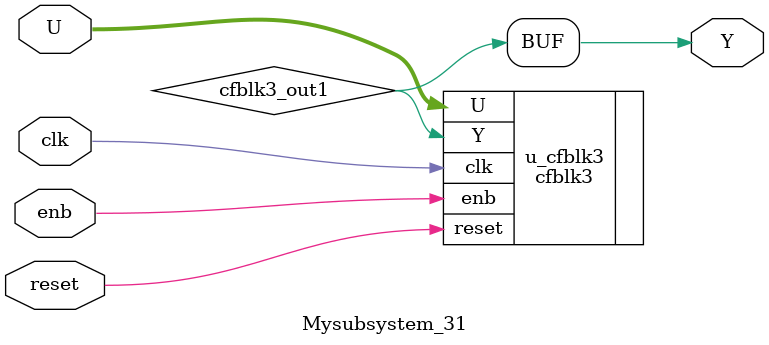
<source format=v>



`timescale 1 ns / 1 ns

module Mysubsystem_31
          (clk,
           reset,
           enb,
           U,
           Y);


  input   clk;
  input   reset;
  input   enb;
  input   [7:0] U;  // uint8
  output  Y;


  wire cfblk3_out1;


  cfblk3 u_cfblk3 (.clk(clk),
                   .reset(reset),
                   .enb(enb),
                   .U(U),  // uint8
                   .Y(cfblk3_out1)
                   );

  assign Y = cfblk3_out1;

endmodule  // Mysubsystem_31


</source>
